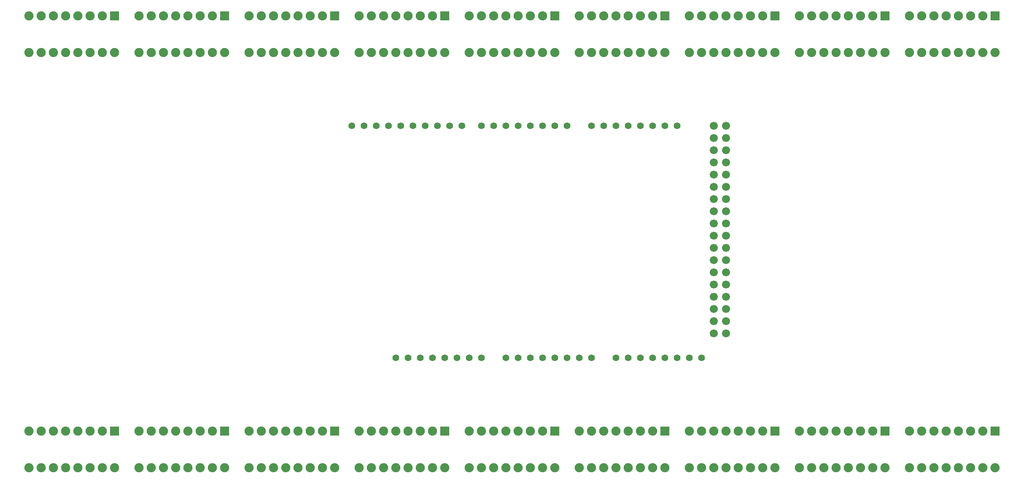
<source format=gbl>
G04 MADE WITH FRITZING*
G04 WWW.FRITZING.ORG*
G04 DOUBLE SIDED*
G04 HOLES PLATED*
G04 CONTOUR ON CENTER OF CONTOUR VECTOR*
%ASAXBY*%
%FSLAX23Y23*%
%MOIN*%
%OFA0B0*%
%SFA1.0B1.0*%
%ADD10C,0.055990*%
%ADD11C,0.065993*%
%ADD12C,0.065965*%
%ADD13C,0.075000*%
%ADD14R,0.075000X0.075000*%
%LNCOPPER0*%
G90*
G70*
G54D10*
X5090Y1201D03*
X3490Y1201D03*
X5190Y1201D03*
X5290Y1201D03*
X5390Y1201D03*
X5490Y1201D03*
G54D11*
X5790Y2601D03*
G54D10*
X5590Y1201D03*
X5690Y1201D03*
X3530Y3101D03*
X4090Y1201D03*
X4190Y1201D03*
X4290Y1201D03*
X4390Y1201D03*
G54D11*
X5790Y1801D03*
G54D10*
X4490Y1201D03*
X4590Y1201D03*
X4690Y1201D03*
X4790Y1201D03*
X4290Y3101D03*
G54D11*
X5790Y3001D03*
X5790Y2201D03*
X5790Y1401D03*
G54D10*
X3130Y3101D03*
X3890Y1201D03*
X3890Y3101D03*
G54D11*
X5790Y2801D03*
X5790Y2401D03*
G54D12*
X5790Y2001D03*
G54D10*
X5490Y3101D03*
G54D11*
X5790Y1601D03*
G54D10*
X5390Y3101D03*
X5290Y3101D03*
X5190Y3101D03*
X5090Y3101D03*
X4990Y3101D03*
X4890Y3101D03*
X4790Y3101D03*
X2930Y3101D03*
X3330Y3101D03*
X3730Y3101D03*
X3290Y1201D03*
X3690Y1201D03*
X4490Y3101D03*
X4090Y3101D03*
G54D11*
X5790Y3101D03*
X5790Y2901D03*
X5790Y2701D03*
X5790Y2501D03*
X5790Y2301D03*
X5790Y2101D03*
X5790Y1901D03*
X5790Y1701D03*
G54D12*
X5790Y1501D03*
G54D10*
X2830Y3101D03*
X3030Y3101D03*
X3230Y3101D03*
X3430Y3101D03*
X3630Y3101D03*
X3190Y1201D03*
X3390Y1201D03*
X3590Y1201D03*
X3790Y1201D03*
X4590Y3101D03*
X4390Y3101D03*
X4190Y3101D03*
X3990Y3101D03*
G54D11*
X5890Y3101D03*
X5890Y3001D03*
X5890Y2901D03*
X5890Y2801D03*
X5890Y2701D03*
X5890Y2601D03*
X5890Y2501D03*
X5890Y2401D03*
X5890Y2301D03*
X5890Y2201D03*
X5890Y2101D03*
G54D12*
X5890Y2001D03*
G54D11*
X5890Y1901D03*
X5890Y1801D03*
X5890Y1701D03*
X5890Y1601D03*
G54D12*
X5890Y1501D03*
G54D11*
X5890Y1401D03*
G54D10*
X4990Y1201D03*
G54D13*
X890Y4001D03*
X890Y3701D03*
X790Y4001D03*
X790Y3701D03*
X690Y4001D03*
X690Y3701D03*
X590Y4001D03*
X590Y3701D03*
X490Y4001D03*
X490Y3701D03*
X390Y4001D03*
X390Y3701D03*
X290Y4001D03*
X290Y3701D03*
X190Y4001D03*
X190Y3701D03*
X8090Y601D03*
X8090Y301D03*
X7990Y601D03*
X7990Y301D03*
X7890Y601D03*
X7890Y301D03*
X7790Y601D03*
X7790Y301D03*
X7690Y601D03*
X7690Y301D03*
X7590Y601D03*
X7590Y301D03*
X7490Y601D03*
X7490Y301D03*
X7390Y601D03*
X7390Y301D03*
X1790Y4001D03*
X1790Y3701D03*
X1690Y4001D03*
X1690Y3701D03*
X1590Y4001D03*
X1590Y3701D03*
X1490Y4001D03*
X1490Y3701D03*
X1390Y4001D03*
X1390Y3701D03*
X1290Y4001D03*
X1290Y3701D03*
X1190Y4001D03*
X1190Y3701D03*
X1090Y4001D03*
X1090Y3701D03*
X2690Y4001D03*
X2690Y3701D03*
X2590Y4001D03*
X2590Y3701D03*
X2490Y4001D03*
X2490Y3701D03*
X2390Y4001D03*
X2390Y3701D03*
X2290Y4001D03*
X2290Y3701D03*
X2190Y4001D03*
X2190Y3701D03*
X2090Y4001D03*
X2090Y3701D03*
X1990Y4001D03*
X1990Y3701D03*
X3590Y4001D03*
X3590Y3701D03*
X3490Y4001D03*
X3490Y3701D03*
X3390Y4001D03*
X3390Y3701D03*
X3290Y4001D03*
X3290Y3701D03*
X3190Y4001D03*
X3190Y3701D03*
X3090Y4001D03*
X3090Y3701D03*
X2990Y4001D03*
X2990Y3701D03*
X2890Y4001D03*
X2890Y3701D03*
X4490Y4001D03*
X4490Y3701D03*
X4390Y4001D03*
X4390Y3701D03*
X4290Y4001D03*
X4290Y3701D03*
X4190Y4001D03*
X4190Y3701D03*
X4090Y4001D03*
X4090Y3701D03*
X3990Y4001D03*
X3990Y3701D03*
X3890Y4001D03*
X3890Y3701D03*
X3790Y4001D03*
X3790Y3701D03*
X5390Y4001D03*
X5390Y3701D03*
X5290Y4001D03*
X5290Y3701D03*
X5190Y4001D03*
X5190Y3701D03*
X5090Y4001D03*
X5090Y3701D03*
X4990Y4001D03*
X4990Y3701D03*
X4890Y4001D03*
X4890Y3701D03*
X4790Y4001D03*
X4790Y3701D03*
X4690Y4001D03*
X4690Y3701D03*
X6290Y4001D03*
X6290Y3701D03*
X6190Y4001D03*
X6190Y3701D03*
X6090Y4001D03*
X6090Y3701D03*
X5990Y4001D03*
X5990Y3701D03*
X5890Y4001D03*
X5890Y3701D03*
X5790Y4001D03*
X5790Y3701D03*
X5690Y4001D03*
X5690Y3701D03*
X5590Y4001D03*
X5590Y3701D03*
X7190Y4001D03*
X7190Y3701D03*
X7090Y4001D03*
X7090Y3701D03*
X6990Y4001D03*
X6990Y3701D03*
X6890Y4001D03*
X6890Y3701D03*
X6790Y4001D03*
X6790Y3701D03*
X6690Y4001D03*
X6690Y3701D03*
X6590Y4001D03*
X6590Y3701D03*
X6490Y4001D03*
X6490Y3701D03*
X8090Y4001D03*
X8090Y3701D03*
X7990Y4001D03*
X7990Y3701D03*
X7890Y4001D03*
X7890Y3701D03*
X7790Y4001D03*
X7790Y3701D03*
X7690Y4001D03*
X7690Y3701D03*
X7590Y4001D03*
X7590Y3701D03*
X7490Y4001D03*
X7490Y3701D03*
X7390Y4001D03*
X7390Y3701D03*
X890Y601D03*
X890Y301D03*
X790Y601D03*
X790Y301D03*
X690Y601D03*
X690Y301D03*
X590Y601D03*
X590Y301D03*
X490Y601D03*
X490Y301D03*
X390Y601D03*
X390Y301D03*
X290Y601D03*
X290Y301D03*
X190Y601D03*
X190Y301D03*
X1790Y601D03*
X1790Y301D03*
X1690Y601D03*
X1690Y301D03*
X1590Y601D03*
X1590Y301D03*
X1490Y601D03*
X1490Y301D03*
X1390Y601D03*
X1390Y301D03*
X1290Y601D03*
X1290Y301D03*
X1190Y601D03*
X1190Y301D03*
X1090Y601D03*
X1090Y301D03*
X2690Y601D03*
X2690Y301D03*
X2590Y601D03*
X2590Y301D03*
X2490Y601D03*
X2490Y301D03*
X2390Y601D03*
X2390Y301D03*
X2290Y601D03*
X2290Y301D03*
X2190Y601D03*
X2190Y301D03*
X2090Y601D03*
X2090Y301D03*
X1990Y601D03*
X1990Y301D03*
X3590Y601D03*
X3590Y301D03*
X3490Y601D03*
X3490Y301D03*
X3390Y601D03*
X3390Y301D03*
X3290Y601D03*
X3290Y301D03*
X3190Y601D03*
X3190Y301D03*
X3090Y601D03*
X3090Y301D03*
X2990Y601D03*
X2990Y301D03*
X2890Y601D03*
X2890Y301D03*
X4490Y601D03*
X4490Y301D03*
X4390Y601D03*
X4390Y301D03*
X4290Y601D03*
X4290Y301D03*
X4190Y601D03*
X4190Y301D03*
X4090Y601D03*
X4090Y301D03*
X3990Y601D03*
X3990Y301D03*
X3890Y601D03*
X3890Y301D03*
X3790Y601D03*
X3790Y301D03*
X5390Y601D03*
X5390Y301D03*
X5290Y601D03*
X5290Y301D03*
X5190Y601D03*
X5190Y301D03*
X5090Y601D03*
X5090Y301D03*
X4990Y601D03*
X4990Y301D03*
X4890Y601D03*
X4890Y301D03*
X4790Y601D03*
X4790Y301D03*
X4690Y601D03*
X4690Y301D03*
X6290Y601D03*
X6290Y301D03*
X6190Y601D03*
X6190Y301D03*
X6090Y601D03*
X6090Y301D03*
X5990Y601D03*
X5990Y301D03*
X5890Y601D03*
X5890Y301D03*
X5790Y601D03*
X5790Y301D03*
X5690Y601D03*
X5690Y301D03*
X5590Y601D03*
X5590Y301D03*
X7190Y601D03*
X7190Y301D03*
X7090Y601D03*
X7090Y301D03*
X6990Y601D03*
X6990Y301D03*
X6890Y601D03*
X6890Y301D03*
X6790Y601D03*
X6790Y301D03*
X6690Y601D03*
X6690Y301D03*
X6590Y601D03*
X6590Y301D03*
X6490Y601D03*
X6490Y301D03*
G54D14*
X890Y4001D03*
X8090Y601D03*
X1790Y4001D03*
X2690Y4001D03*
X3590Y4001D03*
X4490Y4001D03*
X5390Y4001D03*
X6290Y4001D03*
X7190Y4001D03*
X8090Y4001D03*
X890Y601D03*
X1790Y601D03*
X2690Y601D03*
X3590Y601D03*
X4490Y601D03*
X5390Y601D03*
X6290Y601D03*
X7190Y601D03*
G04 End of Copper0*
M02*
</source>
